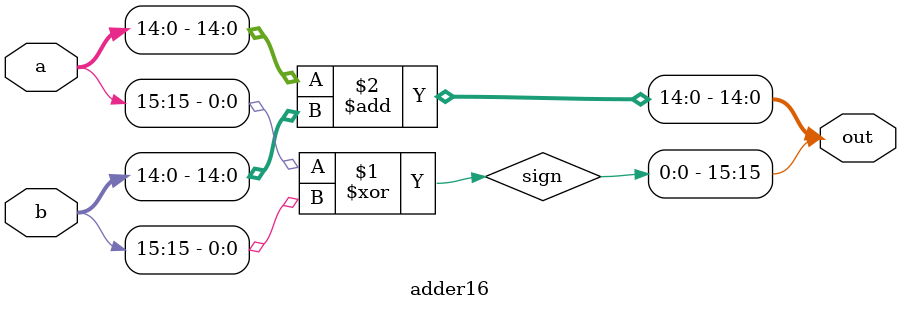
<source format=v>
module neuron(in, weight, clk, start, rst, ready, out);

	parameter counter_size = $clog2(128);

	input[15:0] in, weight;
	input clk, rst, start;
	output ready;
	output reg[15:0] out;
	wire[15:0] sum, mult_out;
	reg[counter_size-1:0] counter;
	reg[6:0] counter2;
	wire[15:0] act_out;
	reg[15:0] psum;
	reg en;	

	wire act_start;

	mult m(.clk(clk), .rst(rst), .A(weight), .B(in), .start_mac(start), .out(mult_out));
	adder16 a(mult_out, psum, sum);
	activation act(.in(psum), .clk(clk), .en(en), .ready(ready), .rst(rst), .out(act_out));
	
	always@(posedge clk or rst) begin

		if(rst) begin
			counter <= 0;
			out <= 0;
			psum <= 0;
			en <= 0;
			counter2 <= 0;
		end
		else if(start) begin
			counter <= counter + 1;
			psum <= sum;
			if(counter == counter_size-1) begin
				counter <= 0;
				en <= 1;
				counter2 <= counter2 + 1;
			end
		end
		if(ready) begin
			out <= act_out;
		end
		if(counter2 == 127) begin
			en <= 0;
		end

	end

endmodule

module adder16(a, b, out);

	input[15:0] a, b;
	output[15:0] out;
	wire sign;
	assign sign = a[15] ^ b[15];

	assign out = {sign, a[14:0] + b[14:0]};

endmodule


</source>
